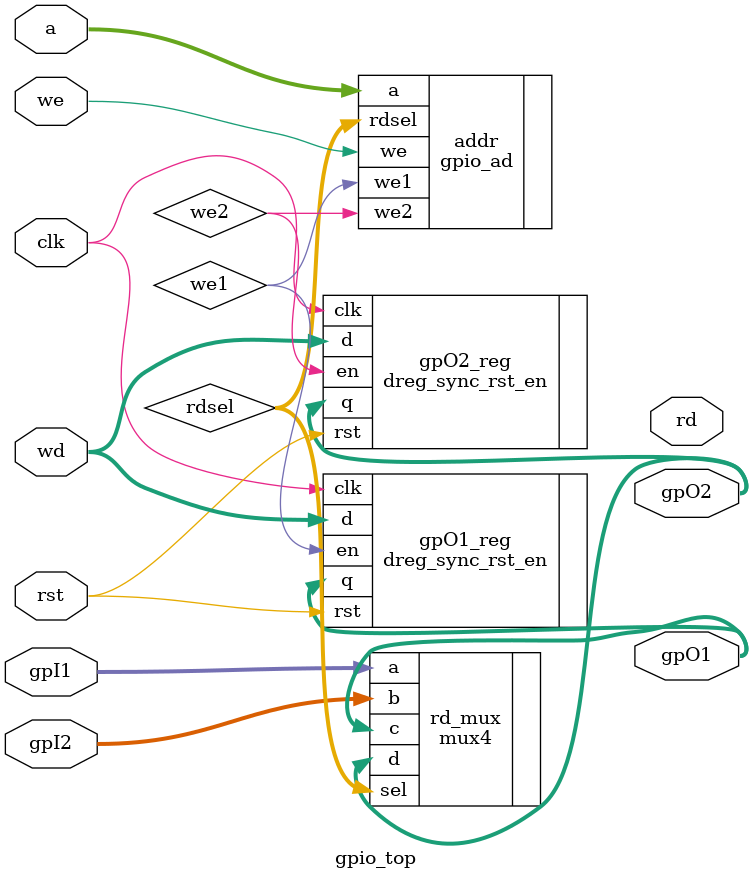
<source format=v>
`timescale 1ns / 1ps


module gpio_top # (parameter WIDTH = 32)(    
    input wire we,
    input wire rst,
    input wire clk,
    
    input wire [1:0] a,
    
    input wire [WIDTH-1:0] gpI1,
    input wire [WIDTH-1:0] gpI2,
    
    input wire [WIDTH-1:0] wd,
    
    output wire [WIDTH-1:0] rd,
    output wire [WIDTH-1:0] gpO1,
    output wire [WIDTH-1:0] gpO2
    );
    
    wire we2;
    wire we1;
    wire [1:0] rdsel;
    
    dreg_sync_rst_en #(WIDTH) gpO1_reg(
        .clk(clk),
        .rst(rst),
        .en(we1),
        .d(wd),
        .q(gpO1)
    );
    
    dreg_sync_rst_en #(WIDTH) gpO2_reg(
        .clk(clk),
        .rst(rst),
        .en(we2),
        .d(wd),
        .q(gpO2)
    );
    
    mux4 #(WIDTH) rd_mux(
        .sel(rdsel),
        .a(gpI1),
        .b(gpI2),
        .c(gpO1),
        .d(gpO2)
    );
    
    gpio_ad addr (
        .a(a),
        .we(we),
        .we2(we2),
        .we1(we1),
        .rdsel(rdsel)
    );
    
endmodule

</source>
